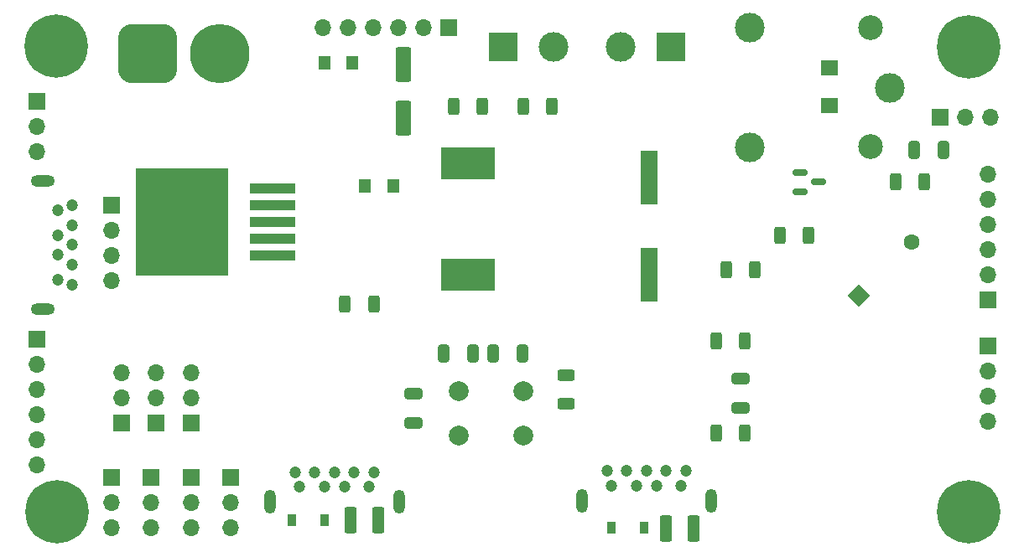
<source format=gbr>
%TF.GenerationSoftware,KiCad,Pcbnew,(6.0.2)*%
%TF.CreationDate,2022-05-29T08:20:39+05:30*%
%TF.ProjectId,AIO,41494f2e-6b69-4636-9164-5f7063625858,rev?*%
%TF.SameCoordinates,Original*%
%TF.FileFunction,Soldermask,Bot*%
%TF.FilePolarity,Negative*%
%FSLAX46Y46*%
G04 Gerber Fmt 4.6, Leading zero omitted, Abs format (unit mm)*
G04 Created by KiCad (PCBNEW (6.0.2)) date 2022-05-29 08:20:39*
%MOMM*%
%LPD*%
G01*
G04 APERTURE LIST*
G04 Aperture macros list*
%AMRoundRect*
0 Rectangle with rounded corners*
0 $1 Rounding radius*
0 $2 $3 $4 $5 $6 $7 $8 $9 X,Y pos of 4 corners*
0 Add a 4 corners polygon primitive as box body*
4,1,4,$2,$3,$4,$5,$6,$7,$8,$9,$2,$3,0*
0 Add four circle primitives for the rounded corners*
1,1,$1+$1,$2,$3*
1,1,$1+$1,$4,$5*
1,1,$1+$1,$6,$7*
1,1,$1+$1,$8,$9*
0 Add four rect primitives between the rounded corners*
20,1,$1+$1,$2,$3,$4,$5,0*
20,1,$1+$1,$4,$5,$6,$7,0*
20,1,$1+$1,$6,$7,$8,$9,0*
20,1,$1+$1,$8,$9,$2,$3,0*%
%AMRotRect*
0 Rectangle, with rotation*
0 The origin of the aperture is its center*
0 $1 length*
0 $2 width*
0 $3 Rotation angle, in degrees counterclockwise*
0 Add horizontal line*
21,1,$1,$2,0,0,$3*%
G04 Aperture macros list end*
%ADD10R,1.700000X1.700000*%
%ADD11O,1.700000X1.700000*%
%ADD12R,3.000000X3.000000*%
%ADD13C,3.000000*%
%ADD14RoundRect,1.500000X-1.500000X-1.500000X1.500000X-1.500000X1.500000X1.500000X-1.500000X1.500000X0*%
%ADD15C,6.000000*%
%ADD16C,2.000000*%
%ADD17C,0.800000*%
%ADD18C,6.400000*%
%ADD19C,1.200000*%
%ADD20O,2.400000X1.200000*%
%ADD21RotRect,1.600000X1.600000X45.000000*%
%ADD22C,1.600000*%
%ADD23C,2.500000*%
%ADD24O,1.200000X2.400000*%
%ADD25RoundRect,0.250000X-0.375000X-1.075000X0.375000X-1.075000X0.375000X1.075000X-0.375000X1.075000X0*%
%ADD26R,1.200000X1.400000*%
%ADD27RoundRect,0.250000X0.325000X0.650000X-0.325000X0.650000X-0.325000X-0.650000X0.325000X-0.650000X0*%
%ADD28RoundRect,0.250000X-0.325000X-0.650000X0.325000X-0.650000X0.325000X0.650000X-0.325000X0.650000X0*%
%ADD29RoundRect,0.150000X-0.587500X-0.150000X0.587500X-0.150000X0.587500X0.150000X-0.587500X0.150000X0*%
%ADD30R,4.600000X1.100000*%
%ADD31R,9.400000X10.800000*%
%ADD32RoundRect,0.250000X-0.312500X-0.625000X0.312500X-0.625000X0.312500X0.625000X-0.312500X0.625000X0*%
%ADD33RoundRect,0.250000X-0.625000X0.312500X-0.625000X-0.312500X0.625000X-0.312500X0.625000X0.312500X0*%
%ADD34RoundRect,0.250000X-0.650000X0.325000X-0.650000X-0.325000X0.650000X-0.325000X0.650000X0.325000X0*%
%ADD35R,1.800000X5.400000*%
%ADD36RoundRect,0.250000X0.312500X0.625000X-0.312500X0.625000X-0.312500X-0.625000X0.312500X-0.625000X0*%
%ADD37RoundRect,0.250000X-0.550000X1.500000X-0.550000X-1.500000X0.550000X-1.500000X0.550000X1.500000X0*%
%ADD38R,0.900000X1.200000*%
%ADD39R,1.800000X1.600000*%
%ADD40R,5.500000X3.250000*%
G04 APERTURE END LIST*
D10*
%TO.C,J10*%
X117500000Y-127475000D03*
D11*
X117500000Y-130015000D03*
X117500000Y-132555000D03*
%TD*%
D12*
%TO.C,J3*%
X149000000Y-84000000D03*
D13*
X154080000Y-84000000D03*
%TD*%
D10*
%TO.C,J6*%
X113500000Y-127475000D03*
D11*
X113500000Y-130015000D03*
X113500000Y-132555000D03*
%TD*%
D10*
%TO.C,J9*%
X143500000Y-82000000D03*
D11*
X140960000Y-82000000D03*
X138420000Y-82000000D03*
X135880000Y-82000000D03*
X133340000Y-82000000D03*
X130800000Y-82000000D03*
%TD*%
D14*
%TO.C,J5*%
X113180000Y-84660000D03*
D15*
X120380000Y-84660000D03*
%TD*%
D16*
%TO.C,SW2*%
X151050000Y-118750000D03*
X144550000Y-118750000D03*
X151050000Y-123250000D03*
X144550000Y-123250000D03*
%TD*%
D17*
%TO.C,H4*%
X194302944Y-132697056D03*
X194302944Y-129302944D03*
X196000000Y-128600000D03*
X198400000Y-131000000D03*
D18*
X196000000Y-131000000D03*
D17*
X197697056Y-129302944D03*
X197697056Y-132697056D03*
X193600000Y-131000000D03*
X196000000Y-133400000D03*
%TD*%
D10*
%TO.C,J18*%
X102000000Y-89500000D03*
D11*
X102000000Y-92040000D03*
X102000000Y-94580000D03*
%TD*%
D17*
%TO.C,H3*%
X105697056Y-129302944D03*
X104000000Y-128600000D03*
X101600000Y-131000000D03*
X104000000Y-133400000D03*
X102302944Y-129302944D03*
X102302944Y-132697056D03*
X105697056Y-132697056D03*
D18*
X104000000Y-131000000D03*
D17*
X106400000Y-131000000D03*
%TD*%
D19*
%TO.C,J1*%
X104050000Y-100500000D03*
X104050000Y-103000000D03*
X104050000Y-105000000D03*
X104050000Y-107500000D03*
X105550000Y-108000000D03*
X105550000Y-106000000D03*
X105550000Y-104000000D03*
X105550000Y-102000000D03*
X105550000Y-100000000D03*
D20*
X102550000Y-110500000D03*
X102550000Y-97500000D03*
%TD*%
D10*
%TO.C,J15*%
X198000000Y-114200000D03*
D11*
X198000000Y-116740000D03*
X198000000Y-119280000D03*
X198000000Y-121820000D03*
%TD*%
D10*
%TO.C,J12*%
X198000000Y-109540000D03*
D11*
X198000000Y-107000000D03*
X198000000Y-104460000D03*
X198000000Y-101920000D03*
X198000000Y-99380000D03*
X198000000Y-96840000D03*
%TD*%
D17*
%TO.C,H1*%
X198400000Y-84000000D03*
X194302944Y-85697056D03*
X197697056Y-85697056D03*
X196000000Y-81600000D03*
D18*
X196000000Y-84000000D03*
D17*
X193600000Y-84000000D03*
X197697056Y-82302944D03*
X194302944Y-82302944D03*
X196000000Y-86400000D03*
%TD*%
D10*
%TO.C,J19*%
X109500000Y-100000000D03*
D11*
X109500000Y-102540000D03*
X109500000Y-105080000D03*
X109500000Y-107620000D03*
%TD*%
D10*
%TO.C,J14*%
X117500000Y-122000000D03*
D11*
X117500000Y-119460000D03*
X117500000Y-116920000D03*
%TD*%
D12*
%TO.C,J17*%
X166000000Y-84000000D03*
D13*
X160920000Y-84000000D03*
%TD*%
D21*
%TO.C,BZ1*%
X184900000Y-109100000D03*
D22*
X190274012Y-103725988D03*
%TD*%
D10*
%TO.C,J20*%
X193175000Y-91100000D03*
D11*
X195715000Y-91100000D03*
X198255000Y-91100000D03*
%TD*%
D18*
%TO.C,H2*%
X103900000Y-83900000D03*
D17*
X105597056Y-85597056D03*
X105597056Y-82202944D03*
X102202944Y-82202944D03*
X102202944Y-85597056D03*
X101500000Y-83900000D03*
X103900000Y-81500000D03*
X106300000Y-83900000D03*
X103900000Y-86300000D03*
%TD*%
D10*
%TO.C,J13*%
X121500000Y-127475000D03*
D11*
X121500000Y-130015000D03*
X121500000Y-132555000D03*
%TD*%
D10*
%TO.C,J16*%
X109500000Y-127475000D03*
D11*
X109500000Y-130015000D03*
X109500000Y-132555000D03*
%TD*%
D23*
%TO.C,K1*%
X186150000Y-94050000D03*
X186150000Y-82050000D03*
D13*
X188100000Y-88100000D03*
X173900000Y-94100000D03*
X173950000Y-82050000D03*
%TD*%
D10*
%TO.C,J11*%
X114000000Y-122000000D03*
D11*
X114000000Y-119460000D03*
X114000000Y-116920000D03*
%TD*%
D19*
%TO.C,J4*%
X128500000Y-128450000D03*
X131000000Y-128450000D03*
X133000000Y-128450000D03*
X135500000Y-128450000D03*
X136000000Y-126950000D03*
X134000000Y-126950000D03*
X132000000Y-126950000D03*
X130000000Y-126950000D03*
X128000000Y-126950000D03*
D24*
X125500000Y-129950000D03*
X138500000Y-129950000D03*
%TD*%
D19*
%TO.C,J2*%
X160000000Y-128350000D03*
X162500000Y-128350000D03*
X164500000Y-128350000D03*
X167000000Y-128350000D03*
X167500000Y-126850000D03*
X165500000Y-126850000D03*
X163500000Y-126850000D03*
X161500000Y-126850000D03*
X159500000Y-126850000D03*
D24*
X170000000Y-129850000D03*
X157000000Y-129850000D03*
%TD*%
D10*
%TO.C,J8*%
X102000000Y-113500000D03*
D11*
X102000000Y-116040000D03*
X102000000Y-118580000D03*
X102000000Y-121120000D03*
X102000000Y-123660000D03*
X102000000Y-126200000D03*
%TD*%
D10*
%TO.C,J7*%
X110500000Y-122000000D03*
D11*
X110500000Y-119460000D03*
X110500000Y-116920000D03*
%TD*%
D25*
%TO.C,F2*%
X133600000Y-131800000D03*
X136400000Y-131800000D03*
%TD*%
D26*
%TO.C,D2*%
X135075000Y-98000000D03*
X137925000Y-98000000D03*
%TD*%
D27*
%TO.C,C6*%
X150950000Y-115000000D03*
X148000000Y-115000000D03*
%TD*%
D28*
%TO.C,C7*%
X143025000Y-115000000D03*
X145975000Y-115000000D03*
%TD*%
D25*
%TO.C,F1*%
X165450000Y-132650000D03*
X168250000Y-132650000D03*
%TD*%
D29*
%TO.C,Q1*%
X179012500Y-98600000D03*
X179012500Y-96700000D03*
X180887500Y-97650000D03*
%TD*%
D28*
%TO.C,C3*%
X190525000Y-94400000D03*
X193475000Y-94400000D03*
%TD*%
D30*
%TO.C,U1*%
X125775000Y-98300000D03*
X125775000Y-100000000D03*
X125775000Y-101700000D03*
D31*
X116625000Y-101700000D03*
D30*
X125775000Y-103400000D03*
X125775000Y-105100000D03*
%TD*%
D32*
%TO.C,R3*%
X188637500Y-97575000D03*
X191562500Y-97575000D03*
%TD*%
%TO.C,R5*%
X170537500Y-113700000D03*
X173462500Y-113700000D03*
%TD*%
D33*
%TO.C,R17*%
X155400000Y-117137500D03*
X155400000Y-120062500D03*
%TD*%
D32*
%TO.C,R1*%
X144037500Y-90000000D03*
X146962500Y-90000000D03*
%TD*%
D34*
%TO.C,C5*%
X173000000Y-117525000D03*
X173000000Y-120475000D03*
%TD*%
D35*
%TO.C,C2*%
X163800000Y-107000000D03*
X163800000Y-97200000D03*
%TD*%
D36*
%TO.C,R4*%
X179862500Y-103000000D03*
X176937500Y-103000000D03*
%TD*%
D34*
%TO.C,C4*%
X140000000Y-119025000D03*
X140000000Y-121975000D03*
%TD*%
D36*
%TO.C,R2*%
X153962500Y-90000000D03*
X151037500Y-90000000D03*
%TD*%
%TO.C,R16*%
X135962500Y-110000000D03*
X133037500Y-110000000D03*
%TD*%
D37*
%TO.C,C1*%
X139000000Y-85800000D03*
X139000000Y-91200000D03*
%TD*%
D26*
%TO.C,D3*%
X133825000Y-85600000D03*
X130975000Y-85600000D03*
%TD*%
D38*
%TO.C,D1*%
X163250000Y-132600000D03*
X159950000Y-132600000D03*
%TD*%
D36*
%TO.C,R18*%
X174462500Y-106500000D03*
X171537500Y-106500000D03*
%TD*%
D39*
%TO.C,D6*%
X182000000Y-89900000D03*
X182000000Y-86100000D03*
%TD*%
D38*
%TO.C,D8*%
X131000000Y-131800000D03*
X127700000Y-131800000D03*
%TD*%
D40*
%TO.C,L1*%
X145500000Y-95775000D03*
X145500000Y-107025000D03*
%TD*%
D36*
%TO.C,R7*%
X173462500Y-123000000D03*
X170537500Y-123000000D03*
%TD*%
M02*

</source>
